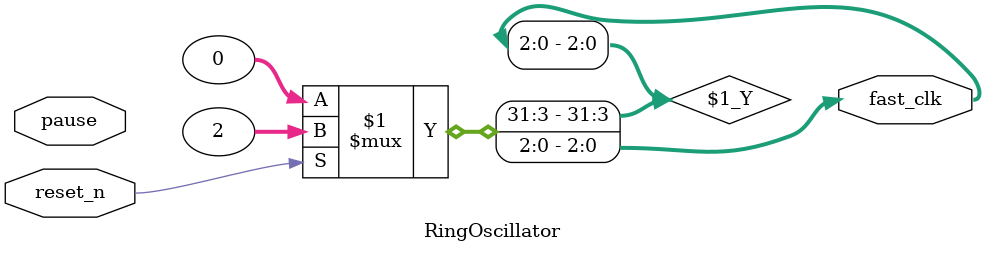
<source format=v>
/* Copyright (C) 2023 Michael Bell

   Licensed under the Apache License, Version 2.0 (the "License");
   you may not use this file except in compliance with the License.
   You may obtain a copy of the License at

       http://www.apache.org/licenses/LICENSE-2.0

   Unless required by applicable law or agreed to in writing, software
   distributed under the License is distributed on an "AS IS" BASIS,
   WITHOUT WARRANTIES OR CONDITIONS OF ANY KIND, either express or implied.
   See the License for the specific language governing permissions and
   limitations under the License.
*/

/* Simple ring oscillator generating a fast clock */

module RingOscillator
    #(parameter NUM_FAST_CLKS = 3, parameter STAGES=11)
(
    input reset_n,
    input pause,
    output [NUM_FAST_CLKS-1:0] fast_clk
);
    assign fast_clk = reset_n ? 2 : 0;

/*
    wire [STAGES-1:0] c;

    // Ring of inversions with reset.
    genvar i;
    generate
        for (i = 1; i < STAGES; i = i + 1) begin
`ifdef SIM
            assign #20 c[i] = ~c[i-1];
`else
            sky130_fd_sc_hd__inv_1 inv1(.Y(c[i]), .A(c[i-1]));
`endif
        end
    endgenerate

`ifdef SIM
    assign #20 c[0] = reset_n ? ~c[STAGES-1] : 1'b0;
`else
    assign c[0] = reset_n ? ~c[STAGES-1] : 1'b0;
`endif

    reg [NUM_FAST_CLKS:0] clk_div;

    always @(posedge c[STAGES-1] or negedge reset_n) begin
        if (!reset_n) begin
            clk_div[0] <= 1'b0;
        end else begin
            clk_div[0] <= ~clk_div[0];
        end
    end

    always @(posedge clk_div[0] or negedge reset_n) begin
        if (!reset_n) begin
            clk_div[1] <= 1'b0;
        end else if (!pause) begin
            clk_div[1] <= ~clk_div[1];
        end
    end

    generate
    for (i = 2; i <= NUM_FAST_CLKS; i = i + 1) begin
        always @(posedge clk_div[i-1] or negedge reset_n) begin
            if (!reset_n) begin
                clk_div[i] <= 1'b0;
            end else begin
                clk_div[i] <= ~clk_div[i];
            end
        end
    end
    endgenerate

    assign fast_clk = clk_div[NUM_FAST_CLKS:1];
*/
endmodule

</source>
